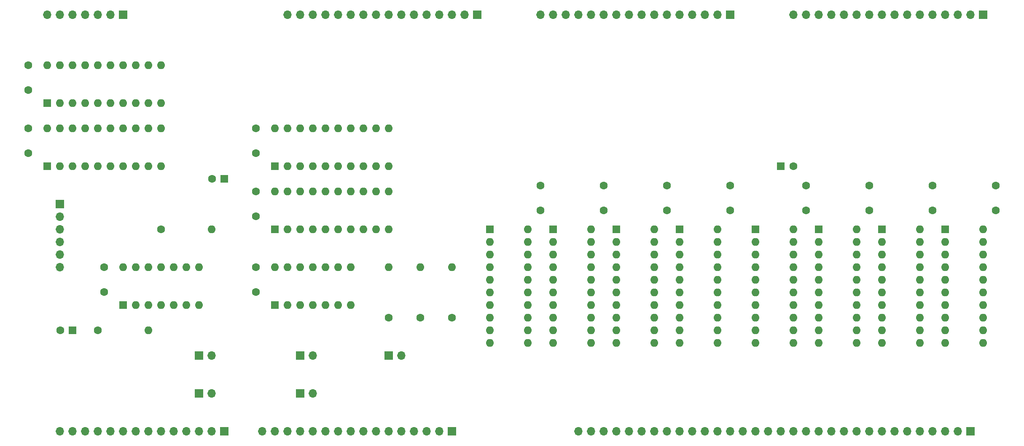
<source format=gts>
G04 #@! TF.GenerationSoftware,KiCad,Pcbnew,(7.0.0)*
G04 #@! TF.CreationDate,2024-03-28T20:29:56-07:00*
G04 #@! TF.ProjectId,video_bank_sel_cursor,76696465-6f5f-4626-916e-6b5f73656c5f,rev?*
G04 #@! TF.SameCoordinates,Original*
G04 #@! TF.FileFunction,Soldermask,Top*
G04 #@! TF.FilePolarity,Negative*
%FSLAX46Y46*%
G04 Gerber Fmt 4.6, Leading zero omitted, Abs format (unit mm)*
G04 Created by KiCad (PCBNEW (7.0.0)) date 2024-03-28 20:29:56*
%MOMM*%
%LPD*%
G01*
G04 APERTURE LIST*
%ADD10R,1.700000X1.700000*%
%ADD11O,1.700000X1.700000*%
%ADD12R,1.600000X1.600000*%
%ADD13C,1.600000*%
%ADD14O,1.600000X1.600000*%
G04 APERTURE END LIST*
D10*
X88899999Y-129539999D03*
D11*
X91439999Y-129539999D03*
D10*
X139699999Y-144779999D03*
D11*
X137159999Y-144779999D03*
X134619999Y-144779999D03*
X132079999Y-144779999D03*
X129539999Y-144779999D03*
X126999999Y-144779999D03*
X124459999Y-144779999D03*
X121919999Y-144779999D03*
X119379999Y-144779999D03*
X116839999Y-144779999D03*
X114299999Y-144779999D03*
X111759999Y-144779999D03*
X109219999Y-144779999D03*
X106679999Y-144779999D03*
X104139999Y-144779999D03*
X101599999Y-144779999D03*
D12*
X93979999Y-93979999D03*
D13*
X91480000Y-93980000D03*
X139700000Y-121920000D03*
D14*
X139699999Y-111759999D03*
D10*
X246379999Y-60959999D03*
D11*
X243839999Y-60959999D03*
X241299999Y-60959999D03*
X238759999Y-60959999D03*
X236219999Y-60959999D03*
X233679999Y-60959999D03*
X231139999Y-60959999D03*
X228599999Y-60959999D03*
X226059999Y-60959999D03*
X223519999Y-60959999D03*
X220979999Y-60959999D03*
X218439999Y-60959999D03*
X215899999Y-60959999D03*
X213359999Y-60959999D03*
X210819999Y-60959999D03*
X208279999Y-60959999D03*
D12*
X58419999Y-78739999D03*
D14*
X60959999Y-78739999D03*
X63499999Y-78739999D03*
X66039999Y-78739999D03*
X68579999Y-78739999D03*
X71119999Y-78739999D03*
X73659999Y-78739999D03*
X76199999Y-78739999D03*
X78739999Y-78739999D03*
X81279999Y-78739999D03*
X81279999Y-71119999D03*
X78739999Y-71119999D03*
X76199999Y-71119999D03*
X73659999Y-71119999D03*
X71119999Y-71119999D03*
X68579999Y-71119999D03*
X66039999Y-71119999D03*
X63499999Y-71119999D03*
X60959999Y-71119999D03*
X58419999Y-71119999D03*
D10*
X73659999Y-60959999D03*
D11*
X71119999Y-60959999D03*
X68579999Y-60959999D03*
X66039999Y-60959999D03*
X63499999Y-60959999D03*
X60959999Y-60959999D03*
X58419999Y-60959999D03*
D10*
X144779999Y-60959999D03*
D11*
X142239999Y-60959999D03*
X139699999Y-60959999D03*
X137159999Y-60959999D03*
X134619999Y-60959999D03*
X132079999Y-60959999D03*
X129539999Y-60959999D03*
X126999999Y-60959999D03*
X124459999Y-60959999D03*
X121919999Y-60959999D03*
X119379999Y-60959999D03*
X116839999Y-60959999D03*
X114299999Y-60959999D03*
X111759999Y-60959999D03*
X109219999Y-60959999D03*
X106679999Y-60959999D03*
D10*
X88899999Y-137159999D03*
D11*
X91439999Y-137159999D03*
D12*
X104139999Y-91439999D03*
D14*
X106679999Y-91439999D03*
X109219999Y-91439999D03*
X111759999Y-91439999D03*
X114299999Y-91439999D03*
X116839999Y-91439999D03*
X119379999Y-91439999D03*
X121919999Y-91439999D03*
X124459999Y-91439999D03*
X126999999Y-91439999D03*
X126999999Y-83819999D03*
X124459999Y-83819999D03*
X121919999Y-83819999D03*
X119379999Y-83819999D03*
X116839999Y-83819999D03*
X114299999Y-83819999D03*
X111759999Y-83819999D03*
X109219999Y-83819999D03*
X106679999Y-83819999D03*
X104139999Y-83819999D03*
D12*
X73659999Y-119379999D03*
D14*
X76199999Y-119379999D03*
X78739999Y-119379999D03*
X81279999Y-119379999D03*
X83819999Y-119379999D03*
X86359999Y-119379999D03*
X88899999Y-119379999D03*
X88899999Y-111759999D03*
X86359999Y-111759999D03*
X83819999Y-111759999D03*
X81279999Y-111759999D03*
X78739999Y-111759999D03*
X76199999Y-111759999D03*
X73659999Y-111759999D03*
D12*
X58419999Y-91439999D03*
D14*
X60959999Y-91439999D03*
X63499999Y-91439999D03*
X66039999Y-91439999D03*
X68579999Y-91439999D03*
X71119999Y-91439999D03*
X73659999Y-91439999D03*
X76199999Y-91439999D03*
X78739999Y-91439999D03*
X81279999Y-91439999D03*
X81279999Y-83819999D03*
X78739999Y-83819999D03*
X76199999Y-83819999D03*
X73659999Y-83819999D03*
X71119999Y-83819999D03*
X68579999Y-83819999D03*
X66039999Y-83819999D03*
X63499999Y-83819999D03*
X60959999Y-83819999D03*
X58419999Y-83819999D03*
D13*
X54610000Y-88820000D03*
X54610000Y-83820000D03*
D10*
X93979999Y-144779999D03*
D11*
X91439999Y-144779999D03*
X88899999Y-144779999D03*
X86359999Y-144779999D03*
X83819999Y-144779999D03*
X81279999Y-144779999D03*
X78739999Y-144779999D03*
X76199999Y-144779999D03*
X73659999Y-144779999D03*
X71119999Y-144779999D03*
X68579999Y-144779999D03*
X66039999Y-144779999D03*
X63499999Y-144779999D03*
X60959999Y-144779999D03*
D13*
X182880000Y-95330000D03*
X182880000Y-100330000D03*
X68580000Y-124460000D03*
D14*
X78739999Y-124459999D03*
D12*
X226059999Y-104139999D03*
D14*
X226059999Y-106679999D03*
X226059999Y-109219999D03*
X226059999Y-111759999D03*
X226059999Y-114299999D03*
X226059999Y-116839999D03*
X226059999Y-119379999D03*
X226059999Y-121919999D03*
X226059999Y-124459999D03*
X226059999Y-126999999D03*
X233679999Y-126999999D03*
X233679999Y-124459999D03*
X233679999Y-121919999D03*
X233679999Y-119379999D03*
X233679999Y-116839999D03*
X233679999Y-114299999D03*
X233679999Y-111759999D03*
X233679999Y-109219999D03*
X233679999Y-106679999D03*
X233679999Y-104139999D03*
D13*
X81280000Y-104140000D03*
D14*
X91439999Y-104139999D03*
D13*
X100330000Y-116760000D03*
X100330000Y-111760000D03*
D12*
X200659999Y-104139999D03*
D14*
X200659999Y-106679999D03*
X200659999Y-109219999D03*
X200659999Y-111759999D03*
X200659999Y-114299999D03*
X200659999Y-116839999D03*
X200659999Y-119379999D03*
X200659999Y-121919999D03*
X200659999Y-124459999D03*
X200659999Y-126999999D03*
X208279999Y-126999999D03*
X208279999Y-124459999D03*
X208279999Y-121919999D03*
X208279999Y-119379999D03*
X208279999Y-116839999D03*
X208279999Y-114299999D03*
X208279999Y-111759999D03*
X208279999Y-109219999D03*
X208279999Y-106679999D03*
X208279999Y-104139999D03*
D13*
X210820000Y-95330000D03*
X210820000Y-100330000D03*
D10*
X126999999Y-129539999D03*
D11*
X129539999Y-129539999D03*
D13*
X100330000Y-101520000D03*
X100330000Y-96520000D03*
X127000000Y-121920000D03*
D14*
X126999999Y-111759999D03*
D13*
X69850000Y-116760000D03*
X69850000Y-111760000D03*
D12*
X63499999Y-124459999D03*
D13*
X61000000Y-124460000D03*
X170180000Y-95330000D03*
X170180000Y-100330000D03*
D12*
X104139999Y-104139999D03*
D14*
X106679999Y-104139999D03*
X109219999Y-104139999D03*
X111759999Y-104139999D03*
X114299999Y-104139999D03*
X116839999Y-104139999D03*
X119379999Y-104139999D03*
X121919999Y-104139999D03*
X124459999Y-104139999D03*
X126999999Y-104139999D03*
X126999999Y-96519999D03*
X124459999Y-96519999D03*
X121919999Y-96519999D03*
X119379999Y-96519999D03*
X116839999Y-96519999D03*
X114299999Y-96519999D03*
X111759999Y-96519999D03*
X109219999Y-96519999D03*
X106679999Y-96519999D03*
X104139999Y-96519999D03*
D10*
X109219999Y-137159999D03*
D11*
X111759999Y-137159999D03*
D12*
X213359999Y-104139999D03*
D14*
X213359999Y-106679999D03*
X213359999Y-109219999D03*
X213359999Y-111759999D03*
X213359999Y-114299999D03*
X213359999Y-116839999D03*
X213359999Y-119379999D03*
X213359999Y-121919999D03*
X213359999Y-124459999D03*
X213359999Y-126999999D03*
X220979999Y-126999999D03*
X220979999Y-124459999D03*
X220979999Y-121919999D03*
X220979999Y-119379999D03*
X220979999Y-116839999D03*
X220979999Y-114299999D03*
X220979999Y-111759999D03*
X220979999Y-109219999D03*
X220979999Y-106679999D03*
X220979999Y-104139999D03*
D10*
X109219999Y-129539999D03*
D11*
X111759999Y-129539999D03*
D10*
X60959999Y-99059999D03*
D11*
X60959999Y-101599999D03*
X60959999Y-104139999D03*
X60959999Y-106679999D03*
X60959999Y-109219999D03*
X60959999Y-111759999D03*
D12*
X238759999Y-104139999D03*
D14*
X238759999Y-106679999D03*
X238759999Y-109219999D03*
X238759999Y-111759999D03*
X238759999Y-114299999D03*
X238759999Y-116839999D03*
X238759999Y-119379999D03*
X238759999Y-121919999D03*
X238759999Y-124459999D03*
X238759999Y-126999999D03*
X246379999Y-126999999D03*
X246379999Y-124459999D03*
X246379999Y-121919999D03*
X246379999Y-119379999D03*
X246379999Y-116839999D03*
X246379999Y-114299999D03*
X246379999Y-111759999D03*
X246379999Y-109219999D03*
X246379999Y-106679999D03*
X246379999Y-104139999D03*
D13*
X248920000Y-100330000D03*
X248920000Y-95330000D03*
X157480000Y-95330000D03*
X157480000Y-100330000D03*
D12*
X185419999Y-104139999D03*
D14*
X185419999Y-106679999D03*
X185419999Y-109219999D03*
X185419999Y-111759999D03*
X185419999Y-114299999D03*
X185419999Y-116839999D03*
X185419999Y-119379999D03*
X185419999Y-121919999D03*
X185419999Y-124459999D03*
X185419999Y-126999999D03*
X193039999Y-126999999D03*
X193039999Y-124459999D03*
X193039999Y-121919999D03*
X193039999Y-119379999D03*
X193039999Y-116839999D03*
X193039999Y-114299999D03*
X193039999Y-111759999D03*
X193039999Y-109219999D03*
X193039999Y-106679999D03*
X193039999Y-104139999D03*
D13*
X223520000Y-95330000D03*
X223520000Y-100330000D03*
D10*
X195579999Y-60959999D03*
D11*
X193039999Y-60959999D03*
X190499999Y-60959999D03*
X187959999Y-60959999D03*
X185419999Y-60959999D03*
X182879999Y-60959999D03*
X180339999Y-60959999D03*
X177799999Y-60959999D03*
X175259999Y-60959999D03*
X172719999Y-60959999D03*
X170179999Y-60959999D03*
X167639999Y-60959999D03*
X165099999Y-60959999D03*
X162559999Y-60959999D03*
X160019999Y-60959999D03*
X157479999Y-60959999D03*
D12*
X160019999Y-104139999D03*
D14*
X160019999Y-106679999D03*
X160019999Y-109219999D03*
X160019999Y-111759999D03*
X160019999Y-114299999D03*
X160019999Y-116839999D03*
X160019999Y-119379999D03*
X160019999Y-121919999D03*
X160019999Y-124459999D03*
X160019999Y-126999999D03*
X167639999Y-126999999D03*
X167639999Y-124459999D03*
X167639999Y-121919999D03*
X167639999Y-119379999D03*
X167639999Y-116839999D03*
X167639999Y-114299999D03*
X167639999Y-111759999D03*
X167639999Y-109219999D03*
X167639999Y-106679999D03*
X167639999Y-104139999D03*
D12*
X172719999Y-104139999D03*
D14*
X172719999Y-106679999D03*
X172719999Y-109219999D03*
X172719999Y-111759999D03*
X172719999Y-114299999D03*
X172719999Y-116839999D03*
X172719999Y-119379999D03*
X172719999Y-121919999D03*
X172719999Y-124459999D03*
X172719999Y-126999999D03*
X180339999Y-126999999D03*
X180339999Y-124459999D03*
X180339999Y-121919999D03*
X180339999Y-119379999D03*
X180339999Y-116839999D03*
X180339999Y-114299999D03*
X180339999Y-111759999D03*
X180339999Y-109219999D03*
X180339999Y-106679999D03*
X180339999Y-104139999D03*
D13*
X236220000Y-100330000D03*
X236220000Y-95330000D03*
D12*
X205739999Y-91439999D03*
D13*
X208240000Y-91440000D03*
X195580000Y-95330000D03*
X195580000Y-100330000D03*
D10*
X243839999Y-144779999D03*
D11*
X241299999Y-144779999D03*
X238759999Y-144779999D03*
X236219999Y-144779999D03*
X233679999Y-144779999D03*
X231139999Y-144779999D03*
X228599999Y-144779999D03*
X226059999Y-144779999D03*
X223519999Y-144779999D03*
X220979999Y-144779999D03*
X218439999Y-144779999D03*
X215899999Y-144779999D03*
X213359999Y-144779999D03*
X210819999Y-144779999D03*
X208279999Y-144779999D03*
X205739999Y-144779999D03*
X203199999Y-144779999D03*
X200659999Y-144779999D03*
X198119999Y-144779999D03*
X195579999Y-144779999D03*
X193039999Y-144779999D03*
X190499999Y-144779999D03*
X187959999Y-144779999D03*
X185419999Y-144779999D03*
X182879999Y-144779999D03*
X180339999Y-144779999D03*
X177799999Y-144779999D03*
X175259999Y-144779999D03*
X172719999Y-144779999D03*
X170179999Y-144779999D03*
X167639999Y-144779999D03*
X165099999Y-144779999D03*
D13*
X133350000Y-121920000D03*
D14*
X133349999Y-111759999D03*
D12*
X104139999Y-119379999D03*
D14*
X106679999Y-119379999D03*
X109219999Y-119379999D03*
X111759999Y-119379999D03*
X114299999Y-119379999D03*
X116839999Y-119379999D03*
X119379999Y-119379999D03*
X119379999Y-111759999D03*
X116839999Y-111759999D03*
X114299999Y-111759999D03*
X111759999Y-111759999D03*
X109219999Y-111759999D03*
X106679999Y-111759999D03*
X104139999Y-111759999D03*
D13*
X54610000Y-76120000D03*
X54610000Y-71120000D03*
X100330000Y-88820000D03*
X100330000Y-83820000D03*
D12*
X147319999Y-104139999D03*
D14*
X147319999Y-106679999D03*
X147319999Y-109219999D03*
X147319999Y-111759999D03*
X147319999Y-114299999D03*
X147319999Y-116839999D03*
X147319999Y-119379999D03*
X147319999Y-121919999D03*
X147319999Y-124459999D03*
X147319999Y-126999999D03*
X154939999Y-126999999D03*
X154939999Y-124459999D03*
X154939999Y-121919999D03*
X154939999Y-119379999D03*
X154939999Y-116839999D03*
X154939999Y-114299999D03*
X154939999Y-111759999D03*
X154939999Y-109219999D03*
X154939999Y-106679999D03*
X154939999Y-104139999D03*
M02*

</source>
